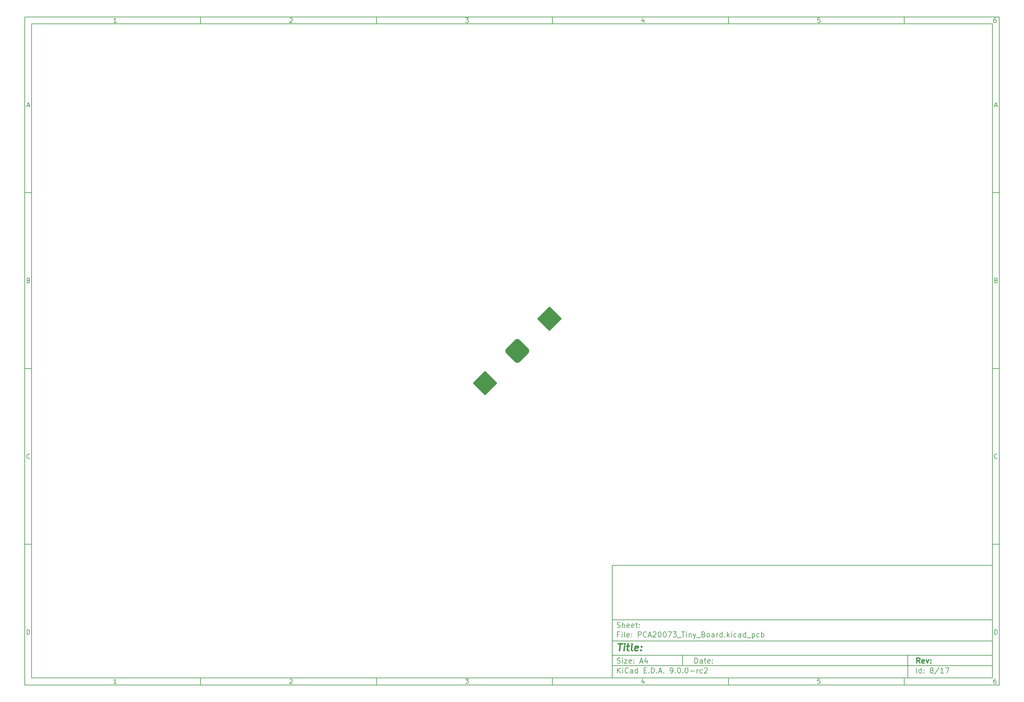
<source format=gbr>
G04 #@! TF.GenerationSoftware,KiCad,Pcbnew,9.0.0-rc2-3baa6cd791~182~ubuntu24.04.1*
G04 #@! TF.CreationDate,2025-02-06T23:09:26-05:00*
G04 #@! TF.ProjectId,PCA20073_Tiny_Board,50434132-3030-4373-935f-54696e795f42,rev?*
G04 #@! TF.SameCoordinates,PX82a22f1PY713a4f2*
G04 #@! TF.FileFunction,Paste,Bot*
G04 #@! TF.FilePolarity,Positive*
%FSLAX46Y46*%
G04 Gerber Fmt 4.6, Leading zero omitted, Abs format (unit mm)*
G04 Created by KiCad (PCBNEW 9.0.0-rc2-3baa6cd791~182~ubuntu24.04.1) date 2025-02-06 23:09:26*
%MOMM*%
%LPD*%
G01*
G04 APERTURE LIST*
%ADD10C,0.100000*%
%ADD11C,0.150000*%
%ADD12C,0.300000*%
%ADD13C,0.400000*%
%ADD14C,0.000000*%
G04 APERTURE END LIST*
D10*
D11*
X40023015Y-47279278D02*
X148023015Y-47279278D01*
X148023015Y-79279278D01*
X40023015Y-79279278D01*
X40023015Y-47279278D01*
D10*
D11*
X-126979185Y108727922D02*
X150023015Y108727922D01*
X150023015Y-81279278D01*
X-126979185Y-81279278D01*
X-126979185Y108727922D01*
D10*
D11*
X-124979185Y106727922D02*
X148023015Y106727922D01*
X148023015Y-79279278D01*
X-124979185Y-79279278D01*
X-124979185Y106727922D01*
D10*
D11*
X-76979185Y106727922D02*
X-76979185Y108727922D01*
D10*
D11*
X-26979185Y106727922D02*
X-26979185Y108727922D01*
D10*
D11*
X23020815Y106727922D02*
X23020815Y108727922D01*
D10*
D11*
X73020815Y106727922D02*
X73020815Y108727922D01*
D10*
D11*
X123020815Y106727922D02*
X123020815Y108727922D01*
D10*
D11*
X-100890025Y107134318D02*
X-101632882Y107134318D01*
X-101261454Y107134318D02*
X-101261454Y108434318D01*
X-101261454Y108434318D02*
X-101385263Y108248603D01*
X-101385263Y108248603D02*
X-101509073Y108124794D01*
X-101509073Y108124794D02*
X-101632882Y108062889D01*
D10*
D11*
X-51632882Y108310508D02*
X-51570978Y108372413D01*
X-51570978Y108372413D02*
X-51447168Y108434318D01*
X-51447168Y108434318D02*
X-51137644Y108434318D01*
X-51137644Y108434318D02*
X-51013835Y108372413D01*
X-51013835Y108372413D02*
X-50951930Y108310508D01*
X-50951930Y108310508D02*
X-50890025Y108186699D01*
X-50890025Y108186699D02*
X-50890025Y108062889D01*
X-50890025Y108062889D02*
X-50951930Y107877175D01*
X-50951930Y107877175D02*
X-51694787Y107134318D01*
X-51694787Y107134318D02*
X-50890025Y107134318D01*
D10*
D11*
X-1694787Y108434318D02*
X-890025Y108434318D01*
X-890025Y108434318D02*
X-1323359Y107939080D01*
X-1323359Y107939080D02*
X-1137644Y107939080D01*
X-1137644Y107939080D02*
X-1013835Y107877175D01*
X-1013835Y107877175D02*
X-951930Y107815270D01*
X-951930Y107815270D02*
X-890025Y107691461D01*
X-890025Y107691461D02*
X-890025Y107381937D01*
X-890025Y107381937D02*
X-951930Y107258127D01*
X-951930Y107258127D02*
X-1013835Y107196222D01*
X-1013835Y107196222D02*
X-1137644Y107134318D01*
X-1137644Y107134318D02*
X-1509073Y107134318D01*
X-1509073Y107134318D02*
X-1632882Y107196222D01*
X-1632882Y107196222D02*
X-1694787Y107258127D01*
D10*
D11*
X48986165Y108000984D02*
X48986165Y107134318D01*
X48676641Y108496222D02*
X48367118Y107567651D01*
X48367118Y107567651D02*
X49171879Y107567651D01*
D10*
D11*
X99048070Y108434318D02*
X98429022Y108434318D01*
X98429022Y108434318D02*
X98367118Y107815270D01*
X98367118Y107815270D02*
X98429022Y107877175D01*
X98429022Y107877175D02*
X98552832Y107939080D01*
X98552832Y107939080D02*
X98862356Y107939080D01*
X98862356Y107939080D02*
X98986165Y107877175D01*
X98986165Y107877175D02*
X99048070Y107815270D01*
X99048070Y107815270D02*
X99109975Y107691461D01*
X99109975Y107691461D02*
X99109975Y107381937D01*
X99109975Y107381937D02*
X99048070Y107258127D01*
X99048070Y107258127D02*
X98986165Y107196222D01*
X98986165Y107196222D02*
X98862356Y107134318D01*
X98862356Y107134318D02*
X98552832Y107134318D01*
X98552832Y107134318D02*
X98429022Y107196222D01*
X98429022Y107196222D02*
X98367118Y107258127D01*
D10*
D11*
X148986165Y108434318D02*
X148738546Y108434318D01*
X148738546Y108434318D02*
X148614737Y108372413D01*
X148614737Y108372413D02*
X148552832Y108310508D01*
X148552832Y108310508D02*
X148429022Y108124794D01*
X148429022Y108124794D02*
X148367118Y107877175D01*
X148367118Y107877175D02*
X148367118Y107381937D01*
X148367118Y107381937D02*
X148429022Y107258127D01*
X148429022Y107258127D02*
X148490927Y107196222D01*
X148490927Y107196222D02*
X148614737Y107134318D01*
X148614737Y107134318D02*
X148862356Y107134318D01*
X148862356Y107134318D02*
X148986165Y107196222D01*
X148986165Y107196222D02*
X149048070Y107258127D01*
X149048070Y107258127D02*
X149109975Y107381937D01*
X149109975Y107381937D02*
X149109975Y107691461D01*
X149109975Y107691461D02*
X149048070Y107815270D01*
X149048070Y107815270D02*
X148986165Y107877175D01*
X148986165Y107877175D02*
X148862356Y107939080D01*
X148862356Y107939080D02*
X148614737Y107939080D01*
X148614737Y107939080D02*
X148490927Y107877175D01*
X148490927Y107877175D02*
X148429022Y107815270D01*
X148429022Y107815270D02*
X148367118Y107691461D01*
D10*
D11*
X-76979185Y-79279278D02*
X-76979185Y-81279278D01*
D10*
D11*
X-26979185Y-79279278D02*
X-26979185Y-81279278D01*
D10*
D11*
X23020815Y-79279278D02*
X23020815Y-81279278D01*
D10*
D11*
X73020815Y-79279278D02*
X73020815Y-81279278D01*
D10*
D11*
X123020815Y-79279278D02*
X123020815Y-81279278D01*
D10*
D11*
X-100890025Y-80872882D02*
X-101632882Y-80872882D01*
X-101261454Y-80872882D02*
X-101261454Y-79572882D01*
X-101261454Y-79572882D02*
X-101385263Y-79758597D01*
X-101385263Y-79758597D02*
X-101509073Y-79882406D01*
X-101509073Y-79882406D02*
X-101632882Y-79944311D01*
D10*
D11*
X-51632882Y-79696692D02*
X-51570978Y-79634787D01*
X-51570978Y-79634787D02*
X-51447168Y-79572882D01*
X-51447168Y-79572882D02*
X-51137644Y-79572882D01*
X-51137644Y-79572882D02*
X-51013835Y-79634787D01*
X-51013835Y-79634787D02*
X-50951930Y-79696692D01*
X-50951930Y-79696692D02*
X-50890025Y-79820501D01*
X-50890025Y-79820501D02*
X-50890025Y-79944311D01*
X-50890025Y-79944311D02*
X-50951930Y-80130025D01*
X-50951930Y-80130025D02*
X-51694787Y-80872882D01*
X-51694787Y-80872882D02*
X-50890025Y-80872882D01*
D10*
D11*
X-1694787Y-79572882D02*
X-890025Y-79572882D01*
X-890025Y-79572882D02*
X-1323359Y-80068120D01*
X-1323359Y-80068120D02*
X-1137644Y-80068120D01*
X-1137644Y-80068120D02*
X-1013835Y-80130025D01*
X-1013835Y-80130025D02*
X-951930Y-80191930D01*
X-951930Y-80191930D02*
X-890025Y-80315739D01*
X-890025Y-80315739D02*
X-890025Y-80625263D01*
X-890025Y-80625263D02*
X-951930Y-80749073D01*
X-951930Y-80749073D02*
X-1013835Y-80810978D01*
X-1013835Y-80810978D02*
X-1137644Y-80872882D01*
X-1137644Y-80872882D02*
X-1509073Y-80872882D01*
X-1509073Y-80872882D02*
X-1632882Y-80810978D01*
X-1632882Y-80810978D02*
X-1694787Y-80749073D01*
D10*
D11*
X48986165Y-80006216D02*
X48986165Y-80872882D01*
X48676641Y-79510978D02*
X48367118Y-80439549D01*
X48367118Y-80439549D02*
X49171879Y-80439549D01*
D10*
D11*
X99048070Y-79572882D02*
X98429022Y-79572882D01*
X98429022Y-79572882D02*
X98367118Y-80191930D01*
X98367118Y-80191930D02*
X98429022Y-80130025D01*
X98429022Y-80130025D02*
X98552832Y-80068120D01*
X98552832Y-80068120D02*
X98862356Y-80068120D01*
X98862356Y-80068120D02*
X98986165Y-80130025D01*
X98986165Y-80130025D02*
X99048070Y-80191930D01*
X99048070Y-80191930D02*
X99109975Y-80315739D01*
X99109975Y-80315739D02*
X99109975Y-80625263D01*
X99109975Y-80625263D02*
X99048070Y-80749073D01*
X99048070Y-80749073D02*
X98986165Y-80810978D01*
X98986165Y-80810978D02*
X98862356Y-80872882D01*
X98862356Y-80872882D02*
X98552832Y-80872882D01*
X98552832Y-80872882D02*
X98429022Y-80810978D01*
X98429022Y-80810978D02*
X98367118Y-80749073D01*
D10*
D11*
X148986165Y-79572882D02*
X148738546Y-79572882D01*
X148738546Y-79572882D02*
X148614737Y-79634787D01*
X148614737Y-79634787D02*
X148552832Y-79696692D01*
X148552832Y-79696692D02*
X148429022Y-79882406D01*
X148429022Y-79882406D02*
X148367118Y-80130025D01*
X148367118Y-80130025D02*
X148367118Y-80625263D01*
X148367118Y-80625263D02*
X148429022Y-80749073D01*
X148429022Y-80749073D02*
X148490927Y-80810978D01*
X148490927Y-80810978D02*
X148614737Y-80872882D01*
X148614737Y-80872882D02*
X148862356Y-80872882D01*
X148862356Y-80872882D02*
X148986165Y-80810978D01*
X148986165Y-80810978D02*
X149048070Y-80749073D01*
X149048070Y-80749073D02*
X149109975Y-80625263D01*
X149109975Y-80625263D02*
X149109975Y-80315739D01*
X149109975Y-80315739D02*
X149048070Y-80191930D01*
X149048070Y-80191930D02*
X148986165Y-80130025D01*
X148986165Y-80130025D02*
X148862356Y-80068120D01*
X148862356Y-80068120D02*
X148614737Y-80068120D01*
X148614737Y-80068120D02*
X148490927Y-80130025D01*
X148490927Y-80130025D02*
X148429022Y-80191930D01*
X148429022Y-80191930D02*
X148367118Y-80315739D01*
D10*
D11*
X-126979185Y58727922D02*
X-124979185Y58727922D01*
D10*
D11*
X-126979185Y8727922D02*
X-124979185Y8727922D01*
D10*
D11*
X-126979185Y-41272078D02*
X-124979185Y-41272078D01*
D10*
D11*
X-126288709Y83505746D02*
X-125669662Y83505746D01*
X-126412519Y83134318D02*
X-125979186Y84434318D01*
X-125979186Y84434318D02*
X-125545852Y83134318D01*
D10*
D11*
X-125886328Y33815270D02*
X-125700614Y33753365D01*
X-125700614Y33753365D02*
X-125638709Y33691461D01*
X-125638709Y33691461D02*
X-125576805Y33567651D01*
X-125576805Y33567651D02*
X-125576805Y33381937D01*
X-125576805Y33381937D02*
X-125638709Y33258127D01*
X-125638709Y33258127D02*
X-125700614Y33196222D01*
X-125700614Y33196222D02*
X-125824424Y33134318D01*
X-125824424Y33134318D02*
X-126319662Y33134318D01*
X-126319662Y33134318D02*
X-126319662Y34434318D01*
X-126319662Y34434318D02*
X-125886328Y34434318D01*
X-125886328Y34434318D02*
X-125762519Y34372413D01*
X-125762519Y34372413D02*
X-125700614Y34310508D01*
X-125700614Y34310508D02*
X-125638709Y34186699D01*
X-125638709Y34186699D02*
X-125638709Y34062889D01*
X-125638709Y34062889D02*
X-125700614Y33939080D01*
X-125700614Y33939080D02*
X-125762519Y33877175D01*
X-125762519Y33877175D02*
X-125886328Y33815270D01*
X-125886328Y33815270D02*
X-126319662Y33815270D01*
D10*
D11*
X-125576805Y-16741873D02*
X-125638709Y-16803778D01*
X-125638709Y-16803778D02*
X-125824424Y-16865682D01*
X-125824424Y-16865682D02*
X-125948233Y-16865682D01*
X-125948233Y-16865682D02*
X-126133947Y-16803778D01*
X-126133947Y-16803778D02*
X-126257757Y-16679968D01*
X-126257757Y-16679968D02*
X-126319662Y-16556158D01*
X-126319662Y-16556158D02*
X-126381566Y-16308539D01*
X-126381566Y-16308539D02*
X-126381566Y-16122825D01*
X-126381566Y-16122825D02*
X-126319662Y-15875206D01*
X-126319662Y-15875206D02*
X-126257757Y-15751397D01*
X-126257757Y-15751397D02*
X-126133947Y-15627587D01*
X-126133947Y-15627587D02*
X-125948233Y-15565682D01*
X-125948233Y-15565682D02*
X-125824424Y-15565682D01*
X-125824424Y-15565682D02*
X-125638709Y-15627587D01*
X-125638709Y-15627587D02*
X-125576805Y-15689492D01*
D10*
D11*
X-126319662Y-66865682D02*
X-126319662Y-65565682D01*
X-126319662Y-65565682D02*
X-126010138Y-65565682D01*
X-126010138Y-65565682D02*
X-125824424Y-65627587D01*
X-125824424Y-65627587D02*
X-125700614Y-65751397D01*
X-125700614Y-65751397D02*
X-125638709Y-65875206D01*
X-125638709Y-65875206D02*
X-125576805Y-66122825D01*
X-125576805Y-66122825D02*
X-125576805Y-66308539D01*
X-125576805Y-66308539D02*
X-125638709Y-66556158D01*
X-125638709Y-66556158D02*
X-125700614Y-66679968D01*
X-125700614Y-66679968D02*
X-125824424Y-66803778D01*
X-125824424Y-66803778D02*
X-126010138Y-66865682D01*
X-126010138Y-66865682D02*
X-126319662Y-66865682D01*
D10*
D11*
X150023015Y58727922D02*
X148023015Y58727922D01*
D10*
D11*
X150023015Y8727922D02*
X148023015Y8727922D01*
D10*
D11*
X150023015Y-41272078D02*
X148023015Y-41272078D01*
D10*
D11*
X148713491Y83505746D02*
X149332538Y83505746D01*
X148589681Y83134318D02*
X149023014Y84434318D01*
X149023014Y84434318D02*
X149456348Y83134318D01*
D10*
D11*
X149115872Y33815270D02*
X149301586Y33753365D01*
X149301586Y33753365D02*
X149363491Y33691461D01*
X149363491Y33691461D02*
X149425395Y33567651D01*
X149425395Y33567651D02*
X149425395Y33381937D01*
X149425395Y33381937D02*
X149363491Y33258127D01*
X149363491Y33258127D02*
X149301586Y33196222D01*
X149301586Y33196222D02*
X149177776Y33134318D01*
X149177776Y33134318D02*
X148682538Y33134318D01*
X148682538Y33134318D02*
X148682538Y34434318D01*
X148682538Y34434318D02*
X149115872Y34434318D01*
X149115872Y34434318D02*
X149239681Y34372413D01*
X149239681Y34372413D02*
X149301586Y34310508D01*
X149301586Y34310508D02*
X149363491Y34186699D01*
X149363491Y34186699D02*
X149363491Y34062889D01*
X149363491Y34062889D02*
X149301586Y33939080D01*
X149301586Y33939080D02*
X149239681Y33877175D01*
X149239681Y33877175D02*
X149115872Y33815270D01*
X149115872Y33815270D02*
X148682538Y33815270D01*
D10*
D11*
X149425395Y-16741873D02*
X149363491Y-16803778D01*
X149363491Y-16803778D02*
X149177776Y-16865682D01*
X149177776Y-16865682D02*
X149053967Y-16865682D01*
X149053967Y-16865682D02*
X148868253Y-16803778D01*
X148868253Y-16803778D02*
X148744443Y-16679968D01*
X148744443Y-16679968D02*
X148682538Y-16556158D01*
X148682538Y-16556158D02*
X148620634Y-16308539D01*
X148620634Y-16308539D02*
X148620634Y-16122825D01*
X148620634Y-16122825D02*
X148682538Y-15875206D01*
X148682538Y-15875206D02*
X148744443Y-15751397D01*
X148744443Y-15751397D02*
X148868253Y-15627587D01*
X148868253Y-15627587D02*
X149053967Y-15565682D01*
X149053967Y-15565682D02*
X149177776Y-15565682D01*
X149177776Y-15565682D02*
X149363491Y-15627587D01*
X149363491Y-15627587D02*
X149425395Y-15689492D01*
D10*
D11*
X148682538Y-66865682D02*
X148682538Y-65565682D01*
X148682538Y-65565682D02*
X148992062Y-65565682D01*
X148992062Y-65565682D02*
X149177776Y-65627587D01*
X149177776Y-65627587D02*
X149301586Y-65751397D01*
X149301586Y-65751397D02*
X149363491Y-65875206D01*
X149363491Y-65875206D02*
X149425395Y-66122825D01*
X149425395Y-66122825D02*
X149425395Y-66308539D01*
X149425395Y-66308539D02*
X149363491Y-66556158D01*
X149363491Y-66556158D02*
X149301586Y-66679968D01*
X149301586Y-66679968D02*
X149177776Y-66803778D01*
X149177776Y-66803778D02*
X148992062Y-66865682D01*
X148992062Y-66865682D02*
X148682538Y-66865682D01*
D10*
D11*
X63478841Y-75065406D02*
X63478841Y-73565406D01*
X63478841Y-73565406D02*
X63835984Y-73565406D01*
X63835984Y-73565406D02*
X64050270Y-73636835D01*
X64050270Y-73636835D02*
X64193127Y-73779692D01*
X64193127Y-73779692D02*
X64264556Y-73922549D01*
X64264556Y-73922549D02*
X64335984Y-74208263D01*
X64335984Y-74208263D02*
X64335984Y-74422549D01*
X64335984Y-74422549D02*
X64264556Y-74708263D01*
X64264556Y-74708263D02*
X64193127Y-74851120D01*
X64193127Y-74851120D02*
X64050270Y-74993978D01*
X64050270Y-74993978D02*
X63835984Y-75065406D01*
X63835984Y-75065406D02*
X63478841Y-75065406D01*
X65621699Y-75065406D02*
X65621699Y-74279692D01*
X65621699Y-74279692D02*
X65550270Y-74136835D01*
X65550270Y-74136835D02*
X65407413Y-74065406D01*
X65407413Y-74065406D02*
X65121699Y-74065406D01*
X65121699Y-74065406D02*
X64978841Y-74136835D01*
X65621699Y-74993978D02*
X65478841Y-75065406D01*
X65478841Y-75065406D02*
X65121699Y-75065406D01*
X65121699Y-75065406D02*
X64978841Y-74993978D01*
X64978841Y-74993978D02*
X64907413Y-74851120D01*
X64907413Y-74851120D02*
X64907413Y-74708263D01*
X64907413Y-74708263D02*
X64978841Y-74565406D01*
X64978841Y-74565406D02*
X65121699Y-74493978D01*
X65121699Y-74493978D02*
X65478841Y-74493978D01*
X65478841Y-74493978D02*
X65621699Y-74422549D01*
X66121699Y-74065406D02*
X66693127Y-74065406D01*
X66335984Y-73565406D02*
X66335984Y-74851120D01*
X66335984Y-74851120D02*
X66407413Y-74993978D01*
X66407413Y-74993978D02*
X66550270Y-75065406D01*
X66550270Y-75065406D02*
X66693127Y-75065406D01*
X67764556Y-74993978D02*
X67621699Y-75065406D01*
X67621699Y-75065406D02*
X67335985Y-75065406D01*
X67335985Y-75065406D02*
X67193127Y-74993978D01*
X67193127Y-74993978D02*
X67121699Y-74851120D01*
X67121699Y-74851120D02*
X67121699Y-74279692D01*
X67121699Y-74279692D02*
X67193127Y-74136835D01*
X67193127Y-74136835D02*
X67335985Y-74065406D01*
X67335985Y-74065406D02*
X67621699Y-74065406D01*
X67621699Y-74065406D02*
X67764556Y-74136835D01*
X67764556Y-74136835D02*
X67835985Y-74279692D01*
X67835985Y-74279692D02*
X67835985Y-74422549D01*
X67835985Y-74422549D02*
X67121699Y-74565406D01*
X68478841Y-74922549D02*
X68550270Y-74993978D01*
X68550270Y-74993978D02*
X68478841Y-75065406D01*
X68478841Y-75065406D02*
X68407413Y-74993978D01*
X68407413Y-74993978D02*
X68478841Y-74922549D01*
X68478841Y-74922549D02*
X68478841Y-75065406D01*
X68478841Y-74136835D02*
X68550270Y-74208263D01*
X68550270Y-74208263D02*
X68478841Y-74279692D01*
X68478841Y-74279692D02*
X68407413Y-74208263D01*
X68407413Y-74208263D02*
X68478841Y-74136835D01*
X68478841Y-74136835D02*
X68478841Y-74279692D01*
D10*
D11*
X40023015Y-75779278D02*
X148023015Y-75779278D01*
D10*
D11*
X41478841Y-77865406D02*
X41478841Y-76365406D01*
X42335984Y-77865406D02*
X41693127Y-77008263D01*
X42335984Y-76365406D02*
X41478841Y-77222549D01*
X42978841Y-77865406D02*
X42978841Y-76865406D01*
X42978841Y-76365406D02*
X42907413Y-76436835D01*
X42907413Y-76436835D02*
X42978841Y-76508263D01*
X42978841Y-76508263D02*
X43050270Y-76436835D01*
X43050270Y-76436835D02*
X42978841Y-76365406D01*
X42978841Y-76365406D02*
X42978841Y-76508263D01*
X44550270Y-77722549D02*
X44478842Y-77793978D01*
X44478842Y-77793978D02*
X44264556Y-77865406D01*
X44264556Y-77865406D02*
X44121699Y-77865406D01*
X44121699Y-77865406D02*
X43907413Y-77793978D01*
X43907413Y-77793978D02*
X43764556Y-77651120D01*
X43764556Y-77651120D02*
X43693127Y-77508263D01*
X43693127Y-77508263D02*
X43621699Y-77222549D01*
X43621699Y-77222549D02*
X43621699Y-77008263D01*
X43621699Y-77008263D02*
X43693127Y-76722549D01*
X43693127Y-76722549D02*
X43764556Y-76579692D01*
X43764556Y-76579692D02*
X43907413Y-76436835D01*
X43907413Y-76436835D02*
X44121699Y-76365406D01*
X44121699Y-76365406D02*
X44264556Y-76365406D01*
X44264556Y-76365406D02*
X44478842Y-76436835D01*
X44478842Y-76436835D02*
X44550270Y-76508263D01*
X45835985Y-77865406D02*
X45835985Y-77079692D01*
X45835985Y-77079692D02*
X45764556Y-76936835D01*
X45764556Y-76936835D02*
X45621699Y-76865406D01*
X45621699Y-76865406D02*
X45335985Y-76865406D01*
X45335985Y-76865406D02*
X45193127Y-76936835D01*
X45835985Y-77793978D02*
X45693127Y-77865406D01*
X45693127Y-77865406D02*
X45335985Y-77865406D01*
X45335985Y-77865406D02*
X45193127Y-77793978D01*
X45193127Y-77793978D02*
X45121699Y-77651120D01*
X45121699Y-77651120D02*
X45121699Y-77508263D01*
X45121699Y-77508263D02*
X45193127Y-77365406D01*
X45193127Y-77365406D02*
X45335985Y-77293978D01*
X45335985Y-77293978D02*
X45693127Y-77293978D01*
X45693127Y-77293978D02*
X45835985Y-77222549D01*
X47193128Y-77865406D02*
X47193128Y-76365406D01*
X47193128Y-77793978D02*
X47050270Y-77865406D01*
X47050270Y-77865406D02*
X46764556Y-77865406D01*
X46764556Y-77865406D02*
X46621699Y-77793978D01*
X46621699Y-77793978D02*
X46550270Y-77722549D01*
X46550270Y-77722549D02*
X46478842Y-77579692D01*
X46478842Y-77579692D02*
X46478842Y-77151120D01*
X46478842Y-77151120D02*
X46550270Y-77008263D01*
X46550270Y-77008263D02*
X46621699Y-76936835D01*
X46621699Y-76936835D02*
X46764556Y-76865406D01*
X46764556Y-76865406D02*
X47050270Y-76865406D01*
X47050270Y-76865406D02*
X47193128Y-76936835D01*
X49050270Y-77079692D02*
X49550270Y-77079692D01*
X49764556Y-77865406D02*
X49050270Y-77865406D01*
X49050270Y-77865406D02*
X49050270Y-76365406D01*
X49050270Y-76365406D02*
X49764556Y-76365406D01*
X50407413Y-77722549D02*
X50478842Y-77793978D01*
X50478842Y-77793978D02*
X50407413Y-77865406D01*
X50407413Y-77865406D02*
X50335985Y-77793978D01*
X50335985Y-77793978D02*
X50407413Y-77722549D01*
X50407413Y-77722549D02*
X50407413Y-77865406D01*
X51121699Y-77865406D02*
X51121699Y-76365406D01*
X51121699Y-76365406D02*
X51478842Y-76365406D01*
X51478842Y-76365406D02*
X51693128Y-76436835D01*
X51693128Y-76436835D02*
X51835985Y-76579692D01*
X51835985Y-76579692D02*
X51907414Y-76722549D01*
X51907414Y-76722549D02*
X51978842Y-77008263D01*
X51978842Y-77008263D02*
X51978842Y-77222549D01*
X51978842Y-77222549D02*
X51907414Y-77508263D01*
X51907414Y-77508263D02*
X51835985Y-77651120D01*
X51835985Y-77651120D02*
X51693128Y-77793978D01*
X51693128Y-77793978D02*
X51478842Y-77865406D01*
X51478842Y-77865406D02*
X51121699Y-77865406D01*
X52621699Y-77722549D02*
X52693128Y-77793978D01*
X52693128Y-77793978D02*
X52621699Y-77865406D01*
X52621699Y-77865406D02*
X52550271Y-77793978D01*
X52550271Y-77793978D02*
X52621699Y-77722549D01*
X52621699Y-77722549D02*
X52621699Y-77865406D01*
X53264557Y-77436835D02*
X53978843Y-77436835D01*
X53121700Y-77865406D02*
X53621700Y-76365406D01*
X53621700Y-76365406D02*
X54121700Y-77865406D01*
X54621699Y-77722549D02*
X54693128Y-77793978D01*
X54693128Y-77793978D02*
X54621699Y-77865406D01*
X54621699Y-77865406D02*
X54550271Y-77793978D01*
X54550271Y-77793978D02*
X54621699Y-77722549D01*
X54621699Y-77722549D02*
X54621699Y-77865406D01*
X56550271Y-77865406D02*
X56835985Y-77865406D01*
X56835985Y-77865406D02*
X56978842Y-77793978D01*
X56978842Y-77793978D02*
X57050271Y-77722549D01*
X57050271Y-77722549D02*
X57193128Y-77508263D01*
X57193128Y-77508263D02*
X57264557Y-77222549D01*
X57264557Y-77222549D02*
X57264557Y-76651120D01*
X57264557Y-76651120D02*
X57193128Y-76508263D01*
X57193128Y-76508263D02*
X57121700Y-76436835D01*
X57121700Y-76436835D02*
X56978842Y-76365406D01*
X56978842Y-76365406D02*
X56693128Y-76365406D01*
X56693128Y-76365406D02*
X56550271Y-76436835D01*
X56550271Y-76436835D02*
X56478842Y-76508263D01*
X56478842Y-76508263D02*
X56407414Y-76651120D01*
X56407414Y-76651120D02*
X56407414Y-77008263D01*
X56407414Y-77008263D02*
X56478842Y-77151120D01*
X56478842Y-77151120D02*
X56550271Y-77222549D01*
X56550271Y-77222549D02*
X56693128Y-77293978D01*
X56693128Y-77293978D02*
X56978842Y-77293978D01*
X56978842Y-77293978D02*
X57121700Y-77222549D01*
X57121700Y-77222549D02*
X57193128Y-77151120D01*
X57193128Y-77151120D02*
X57264557Y-77008263D01*
X57907413Y-77722549D02*
X57978842Y-77793978D01*
X57978842Y-77793978D02*
X57907413Y-77865406D01*
X57907413Y-77865406D02*
X57835985Y-77793978D01*
X57835985Y-77793978D02*
X57907413Y-77722549D01*
X57907413Y-77722549D02*
X57907413Y-77865406D01*
X58907414Y-76365406D02*
X59050271Y-76365406D01*
X59050271Y-76365406D02*
X59193128Y-76436835D01*
X59193128Y-76436835D02*
X59264557Y-76508263D01*
X59264557Y-76508263D02*
X59335985Y-76651120D01*
X59335985Y-76651120D02*
X59407414Y-76936835D01*
X59407414Y-76936835D02*
X59407414Y-77293978D01*
X59407414Y-77293978D02*
X59335985Y-77579692D01*
X59335985Y-77579692D02*
X59264557Y-77722549D01*
X59264557Y-77722549D02*
X59193128Y-77793978D01*
X59193128Y-77793978D02*
X59050271Y-77865406D01*
X59050271Y-77865406D02*
X58907414Y-77865406D01*
X58907414Y-77865406D02*
X58764557Y-77793978D01*
X58764557Y-77793978D02*
X58693128Y-77722549D01*
X58693128Y-77722549D02*
X58621699Y-77579692D01*
X58621699Y-77579692D02*
X58550271Y-77293978D01*
X58550271Y-77293978D02*
X58550271Y-76936835D01*
X58550271Y-76936835D02*
X58621699Y-76651120D01*
X58621699Y-76651120D02*
X58693128Y-76508263D01*
X58693128Y-76508263D02*
X58764557Y-76436835D01*
X58764557Y-76436835D02*
X58907414Y-76365406D01*
X60050270Y-77722549D02*
X60121699Y-77793978D01*
X60121699Y-77793978D02*
X60050270Y-77865406D01*
X60050270Y-77865406D02*
X59978842Y-77793978D01*
X59978842Y-77793978D02*
X60050270Y-77722549D01*
X60050270Y-77722549D02*
X60050270Y-77865406D01*
X61050271Y-76365406D02*
X61193128Y-76365406D01*
X61193128Y-76365406D02*
X61335985Y-76436835D01*
X61335985Y-76436835D02*
X61407414Y-76508263D01*
X61407414Y-76508263D02*
X61478842Y-76651120D01*
X61478842Y-76651120D02*
X61550271Y-76936835D01*
X61550271Y-76936835D02*
X61550271Y-77293978D01*
X61550271Y-77293978D02*
X61478842Y-77579692D01*
X61478842Y-77579692D02*
X61407414Y-77722549D01*
X61407414Y-77722549D02*
X61335985Y-77793978D01*
X61335985Y-77793978D02*
X61193128Y-77865406D01*
X61193128Y-77865406D02*
X61050271Y-77865406D01*
X61050271Y-77865406D02*
X60907414Y-77793978D01*
X60907414Y-77793978D02*
X60835985Y-77722549D01*
X60835985Y-77722549D02*
X60764556Y-77579692D01*
X60764556Y-77579692D02*
X60693128Y-77293978D01*
X60693128Y-77293978D02*
X60693128Y-76936835D01*
X60693128Y-76936835D02*
X60764556Y-76651120D01*
X60764556Y-76651120D02*
X60835985Y-76508263D01*
X60835985Y-76508263D02*
X60907414Y-76436835D01*
X60907414Y-76436835D02*
X61050271Y-76365406D01*
X62193127Y-77293978D02*
X63335985Y-77293978D01*
X64050270Y-77865406D02*
X64050270Y-76865406D01*
X64050270Y-77151120D02*
X64121699Y-77008263D01*
X64121699Y-77008263D02*
X64193128Y-76936835D01*
X64193128Y-76936835D02*
X64335985Y-76865406D01*
X64335985Y-76865406D02*
X64478842Y-76865406D01*
X65621699Y-77793978D02*
X65478841Y-77865406D01*
X65478841Y-77865406D02*
X65193127Y-77865406D01*
X65193127Y-77865406D02*
X65050270Y-77793978D01*
X65050270Y-77793978D02*
X64978841Y-77722549D01*
X64978841Y-77722549D02*
X64907413Y-77579692D01*
X64907413Y-77579692D02*
X64907413Y-77151120D01*
X64907413Y-77151120D02*
X64978841Y-77008263D01*
X64978841Y-77008263D02*
X65050270Y-76936835D01*
X65050270Y-76936835D02*
X65193127Y-76865406D01*
X65193127Y-76865406D02*
X65478841Y-76865406D01*
X65478841Y-76865406D02*
X65621699Y-76936835D01*
X66193127Y-76508263D02*
X66264555Y-76436835D01*
X66264555Y-76436835D02*
X66407413Y-76365406D01*
X66407413Y-76365406D02*
X66764555Y-76365406D01*
X66764555Y-76365406D02*
X66907413Y-76436835D01*
X66907413Y-76436835D02*
X66978841Y-76508263D01*
X66978841Y-76508263D02*
X67050270Y-76651120D01*
X67050270Y-76651120D02*
X67050270Y-76793978D01*
X67050270Y-76793978D02*
X66978841Y-77008263D01*
X66978841Y-77008263D02*
X66121698Y-77865406D01*
X66121698Y-77865406D02*
X67050270Y-77865406D01*
D10*
D11*
X40023015Y-72779278D02*
X148023015Y-72779278D01*
D10*
D12*
X127434668Y-75057606D02*
X126934668Y-74343320D01*
X126577525Y-75057606D02*
X126577525Y-73557606D01*
X126577525Y-73557606D02*
X127148954Y-73557606D01*
X127148954Y-73557606D02*
X127291811Y-73629035D01*
X127291811Y-73629035D02*
X127363240Y-73700463D01*
X127363240Y-73700463D02*
X127434668Y-73843320D01*
X127434668Y-73843320D02*
X127434668Y-74057606D01*
X127434668Y-74057606D02*
X127363240Y-74200463D01*
X127363240Y-74200463D02*
X127291811Y-74271892D01*
X127291811Y-74271892D02*
X127148954Y-74343320D01*
X127148954Y-74343320D02*
X126577525Y-74343320D01*
X128648954Y-74986178D02*
X128506097Y-75057606D01*
X128506097Y-75057606D02*
X128220383Y-75057606D01*
X128220383Y-75057606D02*
X128077525Y-74986178D01*
X128077525Y-74986178D02*
X128006097Y-74843320D01*
X128006097Y-74843320D02*
X128006097Y-74271892D01*
X128006097Y-74271892D02*
X128077525Y-74129035D01*
X128077525Y-74129035D02*
X128220383Y-74057606D01*
X128220383Y-74057606D02*
X128506097Y-74057606D01*
X128506097Y-74057606D02*
X128648954Y-74129035D01*
X128648954Y-74129035D02*
X128720383Y-74271892D01*
X128720383Y-74271892D02*
X128720383Y-74414749D01*
X128720383Y-74414749D02*
X128006097Y-74557606D01*
X129220382Y-74057606D02*
X129577525Y-75057606D01*
X129577525Y-75057606D02*
X129934668Y-74057606D01*
X130506096Y-74914749D02*
X130577525Y-74986178D01*
X130577525Y-74986178D02*
X130506096Y-75057606D01*
X130506096Y-75057606D02*
X130434668Y-74986178D01*
X130434668Y-74986178D02*
X130506096Y-74914749D01*
X130506096Y-74914749D02*
X130506096Y-75057606D01*
X130506096Y-74129035D02*
X130577525Y-74200463D01*
X130577525Y-74200463D02*
X130506096Y-74271892D01*
X130506096Y-74271892D02*
X130434668Y-74200463D01*
X130434668Y-74200463D02*
X130506096Y-74129035D01*
X130506096Y-74129035D02*
X130506096Y-74271892D01*
D10*
D11*
X41407413Y-74993978D02*
X41621699Y-75065406D01*
X41621699Y-75065406D02*
X41978841Y-75065406D01*
X41978841Y-75065406D02*
X42121699Y-74993978D01*
X42121699Y-74993978D02*
X42193127Y-74922549D01*
X42193127Y-74922549D02*
X42264556Y-74779692D01*
X42264556Y-74779692D02*
X42264556Y-74636835D01*
X42264556Y-74636835D02*
X42193127Y-74493978D01*
X42193127Y-74493978D02*
X42121699Y-74422549D01*
X42121699Y-74422549D02*
X41978841Y-74351120D01*
X41978841Y-74351120D02*
X41693127Y-74279692D01*
X41693127Y-74279692D02*
X41550270Y-74208263D01*
X41550270Y-74208263D02*
X41478841Y-74136835D01*
X41478841Y-74136835D02*
X41407413Y-73993978D01*
X41407413Y-73993978D02*
X41407413Y-73851120D01*
X41407413Y-73851120D02*
X41478841Y-73708263D01*
X41478841Y-73708263D02*
X41550270Y-73636835D01*
X41550270Y-73636835D02*
X41693127Y-73565406D01*
X41693127Y-73565406D02*
X42050270Y-73565406D01*
X42050270Y-73565406D02*
X42264556Y-73636835D01*
X42907412Y-75065406D02*
X42907412Y-74065406D01*
X42907412Y-73565406D02*
X42835984Y-73636835D01*
X42835984Y-73636835D02*
X42907412Y-73708263D01*
X42907412Y-73708263D02*
X42978841Y-73636835D01*
X42978841Y-73636835D02*
X42907412Y-73565406D01*
X42907412Y-73565406D02*
X42907412Y-73708263D01*
X43478841Y-74065406D02*
X44264556Y-74065406D01*
X44264556Y-74065406D02*
X43478841Y-75065406D01*
X43478841Y-75065406D02*
X44264556Y-75065406D01*
X45407413Y-74993978D02*
X45264556Y-75065406D01*
X45264556Y-75065406D02*
X44978842Y-75065406D01*
X44978842Y-75065406D02*
X44835984Y-74993978D01*
X44835984Y-74993978D02*
X44764556Y-74851120D01*
X44764556Y-74851120D02*
X44764556Y-74279692D01*
X44764556Y-74279692D02*
X44835984Y-74136835D01*
X44835984Y-74136835D02*
X44978842Y-74065406D01*
X44978842Y-74065406D02*
X45264556Y-74065406D01*
X45264556Y-74065406D02*
X45407413Y-74136835D01*
X45407413Y-74136835D02*
X45478842Y-74279692D01*
X45478842Y-74279692D02*
X45478842Y-74422549D01*
X45478842Y-74422549D02*
X44764556Y-74565406D01*
X46121698Y-74922549D02*
X46193127Y-74993978D01*
X46193127Y-74993978D02*
X46121698Y-75065406D01*
X46121698Y-75065406D02*
X46050270Y-74993978D01*
X46050270Y-74993978D02*
X46121698Y-74922549D01*
X46121698Y-74922549D02*
X46121698Y-75065406D01*
X46121698Y-74136835D02*
X46193127Y-74208263D01*
X46193127Y-74208263D02*
X46121698Y-74279692D01*
X46121698Y-74279692D02*
X46050270Y-74208263D01*
X46050270Y-74208263D02*
X46121698Y-74136835D01*
X46121698Y-74136835D02*
X46121698Y-74279692D01*
X47907413Y-74636835D02*
X48621699Y-74636835D01*
X47764556Y-75065406D02*
X48264556Y-73565406D01*
X48264556Y-73565406D02*
X48764556Y-75065406D01*
X49907413Y-74065406D02*
X49907413Y-75065406D01*
X49550270Y-73493978D02*
X49193127Y-74565406D01*
X49193127Y-74565406D02*
X50121698Y-74565406D01*
D10*
D11*
X126478841Y-77865406D02*
X126478841Y-76365406D01*
X127835985Y-77865406D02*
X127835985Y-76365406D01*
X127835985Y-77793978D02*
X127693127Y-77865406D01*
X127693127Y-77865406D02*
X127407413Y-77865406D01*
X127407413Y-77865406D02*
X127264556Y-77793978D01*
X127264556Y-77793978D02*
X127193127Y-77722549D01*
X127193127Y-77722549D02*
X127121699Y-77579692D01*
X127121699Y-77579692D02*
X127121699Y-77151120D01*
X127121699Y-77151120D02*
X127193127Y-77008263D01*
X127193127Y-77008263D02*
X127264556Y-76936835D01*
X127264556Y-76936835D02*
X127407413Y-76865406D01*
X127407413Y-76865406D02*
X127693127Y-76865406D01*
X127693127Y-76865406D02*
X127835985Y-76936835D01*
X128550270Y-77722549D02*
X128621699Y-77793978D01*
X128621699Y-77793978D02*
X128550270Y-77865406D01*
X128550270Y-77865406D02*
X128478842Y-77793978D01*
X128478842Y-77793978D02*
X128550270Y-77722549D01*
X128550270Y-77722549D02*
X128550270Y-77865406D01*
X128550270Y-76936835D02*
X128621699Y-77008263D01*
X128621699Y-77008263D02*
X128550270Y-77079692D01*
X128550270Y-77079692D02*
X128478842Y-77008263D01*
X128478842Y-77008263D02*
X128550270Y-76936835D01*
X128550270Y-76936835D02*
X128550270Y-77079692D01*
X130621699Y-77008263D02*
X130478842Y-76936835D01*
X130478842Y-76936835D02*
X130407413Y-76865406D01*
X130407413Y-76865406D02*
X130335985Y-76722549D01*
X130335985Y-76722549D02*
X130335985Y-76651120D01*
X130335985Y-76651120D02*
X130407413Y-76508263D01*
X130407413Y-76508263D02*
X130478842Y-76436835D01*
X130478842Y-76436835D02*
X130621699Y-76365406D01*
X130621699Y-76365406D02*
X130907413Y-76365406D01*
X130907413Y-76365406D02*
X131050271Y-76436835D01*
X131050271Y-76436835D02*
X131121699Y-76508263D01*
X131121699Y-76508263D02*
X131193128Y-76651120D01*
X131193128Y-76651120D02*
X131193128Y-76722549D01*
X131193128Y-76722549D02*
X131121699Y-76865406D01*
X131121699Y-76865406D02*
X131050271Y-76936835D01*
X131050271Y-76936835D02*
X130907413Y-77008263D01*
X130907413Y-77008263D02*
X130621699Y-77008263D01*
X130621699Y-77008263D02*
X130478842Y-77079692D01*
X130478842Y-77079692D02*
X130407413Y-77151120D01*
X130407413Y-77151120D02*
X130335985Y-77293978D01*
X130335985Y-77293978D02*
X130335985Y-77579692D01*
X130335985Y-77579692D02*
X130407413Y-77722549D01*
X130407413Y-77722549D02*
X130478842Y-77793978D01*
X130478842Y-77793978D02*
X130621699Y-77865406D01*
X130621699Y-77865406D02*
X130907413Y-77865406D01*
X130907413Y-77865406D02*
X131050271Y-77793978D01*
X131050271Y-77793978D02*
X131121699Y-77722549D01*
X131121699Y-77722549D02*
X131193128Y-77579692D01*
X131193128Y-77579692D02*
X131193128Y-77293978D01*
X131193128Y-77293978D02*
X131121699Y-77151120D01*
X131121699Y-77151120D02*
X131050271Y-77079692D01*
X131050271Y-77079692D02*
X130907413Y-77008263D01*
X132907413Y-76293978D02*
X131621699Y-78222549D01*
X134193128Y-77865406D02*
X133335985Y-77865406D01*
X133764556Y-77865406D02*
X133764556Y-76365406D01*
X133764556Y-76365406D02*
X133621699Y-76579692D01*
X133621699Y-76579692D02*
X133478842Y-76722549D01*
X133478842Y-76722549D02*
X133335985Y-76793978D01*
X134693127Y-76365406D02*
X135693127Y-76365406D01*
X135693127Y-76365406D02*
X135050270Y-77865406D01*
D10*
D11*
X40023015Y-68779278D02*
X148023015Y-68779278D01*
D10*
D13*
X41714743Y-69483716D02*
X42857600Y-69483716D01*
X42036172Y-71483716D02*
X42286172Y-69483716D01*
X43274267Y-71483716D02*
X43440934Y-70150382D01*
X43524267Y-69483716D02*
X43417124Y-69578954D01*
X43417124Y-69578954D02*
X43500458Y-69674192D01*
X43500458Y-69674192D02*
X43607601Y-69578954D01*
X43607601Y-69578954D02*
X43524267Y-69483716D01*
X43524267Y-69483716D02*
X43500458Y-69674192D01*
X44107601Y-70150382D02*
X44869505Y-70150382D01*
X44476648Y-69483716D02*
X44262363Y-71198001D01*
X44262363Y-71198001D02*
X44333791Y-71388478D01*
X44333791Y-71388478D02*
X44512363Y-71483716D01*
X44512363Y-71483716D02*
X44702839Y-71483716D01*
X45655220Y-71483716D02*
X45476648Y-71388478D01*
X45476648Y-71388478D02*
X45405220Y-71198001D01*
X45405220Y-71198001D02*
X45619505Y-69483716D01*
X47190934Y-71388478D02*
X46988553Y-71483716D01*
X46988553Y-71483716D02*
X46607600Y-71483716D01*
X46607600Y-71483716D02*
X46429029Y-71388478D01*
X46429029Y-71388478D02*
X46357600Y-71198001D01*
X46357600Y-71198001D02*
X46452839Y-70436097D01*
X46452839Y-70436097D02*
X46571886Y-70245620D01*
X46571886Y-70245620D02*
X46774267Y-70150382D01*
X46774267Y-70150382D02*
X47155219Y-70150382D01*
X47155219Y-70150382D02*
X47333791Y-70245620D01*
X47333791Y-70245620D02*
X47405219Y-70436097D01*
X47405219Y-70436097D02*
X47381410Y-70626573D01*
X47381410Y-70626573D02*
X46405219Y-70817049D01*
X48155220Y-71293239D02*
X48238553Y-71388478D01*
X48238553Y-71388478D02*
X48131410Y-71483716D01*
X48131410Y-71483716D02*
X48048077Y-71388478D01*
X48048077Y-71388478D02*
X48155220Y-71293239D01*
X48155220Y-71293239D02*
X48131410Y-71483716D01*
X48286172Y-70245620D02*
X48369505Y-70340858D01*
X48369505Y-70340858D02*
X48262363Y-70436097D01*
X48262363Y-70436097D02*
X48179029Y-70340858D01*
X48179029Y-70340858D02*
X48286172Y-70245620D01*
X48286172Y-70245620D02*
X48262363Y-70436097D01*
D10*
D11*
X41978841Y-66879692D02*
X41478841Y-66879692D01*
X41478841Y-67665406D02*
X41478841Y-66165406D01*
X41478841Y-66165406D02*
X42193127Y-66165406D01*
X42764555Y-67665406D02*
X42764555Y-66665406D01*
X42764555Y-66165406D02*
X42693127Y-66236835D01*
X42693127Y-66236835D02*
X42764555Y-66308263D01*
X42764555Y-66308263D02*
X42835984Y-66236835D01*
X42835984Y-66236835D02*
X42764555Y-66165406D01*
X42764555Y-66165406D02*
X42764555Y-66308263D01*
X43693127Y-67665406D02*
X43550270Y-67593978D01*
X43550270Y-67593978D02*
X43478841Y-67451120D01*
X43478841Y-67451120D02*
X43478841Y-66165406D01*
X44835984Y-67593978D02*
X44693127Y-67665406D01*
X44693127Y-67665406D02*
X44407413Y-67665406D01*
X44407413Y-67665406D02*
X44264555Y-67593978D01*
X44264555Y-67593978D02*
X44193127Y-67451120D01*
X44193127Y-67451120D02*
X44193127Y-66879692D01*
X44193127Y-66879692D02*
X44264555Y-66736835D01*
X44264555Y-66736835D02*
X44407413Y-66665406D01*
X44407413Y-66665406D02*
X44693127Y-66665406D01*
X44693127Y-66665406D02*
X44835984Y-66736835D01*
X44835984Y-66736835D02*
X44907413Y-66879692D01*
X44907413Y-66879692D02*
X44907413Y-67022549D01*
X44907413Y-67022549D02*
X44193127Y-67165406D01*
X45550269Y-67522549D02*
X45621698Y-67593978D01*
X45621698Y-67593978D02*
X45550269Y-67665406D01*
X45550269Y-67665406D02*
X45478841Y-67593978D01*
X45478841Y-67593978D02*
X45550269Y-67522549D01*
X45550269Y-67522549D02*
X45550269Y-67665406D01*
X45550269Y-66736835D02*
X45621698Y-66808263D01*
X45621698Y-66808263D02*
X45550269Y-66879692D01*
X45550269Y-66879692D02*
X45478841Y-66808263D01*
X45478841Y-66808263D02*
X45550269Y-66736835D01*
X45550269Y-66736835D02*
X45550269Y-66879692D01*
X47407412Y-67665406D02*
X47407412Y-66165406D01*
X47407412Y-66165406D02*
X47978841Y-66165406D01*
X47978841Y-66165406D02*
X48121698Y-66236835D01*
X48121698Y-66236835D02*
X48193127Y-66308263D01*
X48193127Y-66308263D02*
X48264555Y-66451120D01*
X48264555Y-66451120D02*
X48264555Y-66665406D01*
X48264555Y-66665406D02*
X48193127Y-66808263D01*
X48193127Y-66808263D02*
X48121698Y-66879692D01*
X48121698Y-66879692D02*
X47978841Y-66951120D01*
X47978841Y-66951120D02*
X47407412Y-66951120D01*
X49764555Y-67522549D02*
X49693127Y-67593978D01*
X49693127Y-67593978D02*
X49478841Y-67665406D01*
X49478841Y-67665406D02*
X49335984Y-67665406D01*
X49335984Y-67665406D02*
X49121698Y-67593978D01*
X49121698Y-67593978D02*
X48978841Y-67451120D01*
X48978841Y-67451120D02*
X48907412Y-67308263D01*
X48907412Y-67308263D02*
X48835984Y-67022549D01*
X48835984Y-67022549D02*
X48835984Y-66808263D01*
X48835984Y-66808263D02*
X48907412Y-66522549D01*
X48907412Y-66522549D02*
X48978841Y-66379692D01*
X48978841Y-66379692D02*
X49121698Y-66236835D01*
X49121698Y-66236835D02*
X49335984Y-66165406D01*
X49335984Y-66165406D02*
X49478841Y-66165406D01*
X49478841Y-66165406D02*
X49693127Y-66236835D01*
X49693127Y-66236835D02*
X49764555Y-66308263D01*
X50335984Y-67236835D02*
X51050270Y-67236835D01*
X50193127Y-67665406D02*
X50693127Y-66165406D01*
X50693127Y-66165406D02*
X51193127Y-67665406D01*
X51621698Y-66308263D02*
X51693126Y-66236835D01*
X51693126Y-66236835D02*
X51835984Y-66165406D01*
X51835984Y-66165406D02*
X52193126Y-66165406D01*
X52193126Y-66165406D02*
X52335984Y-66236835D01*
X52335984Y-66236835D02*
X52407412Y-66308263D01*
X52407412Y-66308263D02*
X52478841Y-66451120D01*
X52478841Y-66451120D02*
X52478841Y-66593978D01*
X52478841Y-66593978D02*
X52407412Y-66808263D01*
X52407412Y-66808263D02*
X51550269Y-67665406D01*
X51550269Y-67665406D02*
X52478841Y-67665406D01*
X53407412Y-66165406D02*
X53550269Y-66165406D01*
X53550269Y-66165406D02*
X53693126Y-66236835D01*
X53693126Y-66236835D02*
X53764555Y-66308263D01*
X53764555Y-66308263D02*
X53835983Y-66451120D01*
X53835983Y-66451120D02*
X53907412Y-66736835D01*
X53907412Y-66736835D02*
X53907412Y-67093978D01*
X53907412Y-67093978D02*
X53835983Y-67379692D01*
X53835983Y-67379692D02*
X53764555Y-67522549D01*
X53764555Y-67522549D02*
X53693126Y-67593978D01*
X53693126Y-67593978D02*
X53550269Y-67665406D01*
X53550269Y-67665406D02*
X53407412Y-67665406D01*
X53407412Y-67665406D02*
X53264555Y-67593978D01*
X53264555Y-67593978D02*
X53193126Y-67522549D01*
X53193126Y-67522549D02*
X53121697Y-67379692D01*
X53121697Y-67379692D02*
X53050269Y-67093978D01*
X53050269Y-67093978D02*
X53050269Y-66736835D01*
X53050269Y-66736835D02*
X53121697Y-66451120D01*
X53121697Y-66451120D02*
X53193126Y-66308263D01*
X53193126Y-66308263D02*
X53264555Y-66236835D01*
X53264555Y-66236835D02*
X53407412Y-66165406D01*
X54835983Y-66165406D02*
X54978840Y-66165406D01*
X54978840Y-66165406D02*
X55121697Y-66236835D01*
X55121697Y-66236835D02*
X55193126Y-66308263D01*
X55193126Y-66308263D02*
X55264554Y-66451120D01*
X55264554Y-66451120D02*
X55335983Y-66736835D01*
X55335983Y-66736835D02*
X55335983Y-67093978D01*
X55335983Y-67093978D02*
X55264554Y-67379692D01*
X55264554Y-67379692D02*
X55193126Y-67522549D01*
X55193126Y-67522549D02*
X55121697Y-67593978D01*
X55121697Y-67593978D02*
X54978840Y-67665406D01*
X54978840Y-67665406D02*
X54835983Y-67665406D01*
X54835983Y-67665406D02*
X54693126Y-67593978D01*
X54693126Y-67593978D02*
X54621697Y-67522549D01*
X54621697Y-67522549D02*
X54550268Y-67379692D01*
X54550268Y-67379692D02*
X54478840Y-67093978D01*
X54478840Y-67093978D02*
X54478840Y-66736835D01*
X54478840Y-66736835D02*
X54550268Y-66451120D01*
X54550268Y-66451120D02*
X54621697Y-66308263D01*
X54621697Y-66308263D02*
X54693126Y-66236835D01*
X54693126Y-66236835D02*
X54835983Y-66165406D01*
X55835982Y-66165406D02*
X56835982Y-66165406D01*
X56835982Y-66165406D02*
X56193125Y-67665406D01*
X57264553Y-66165406D02*
X58193125Y-66165406D01*
X58193125Y-66165406D02*
X57693125Y-66736835D01*
X57693125Y-66736835D02*
X57907410Y-66736835D01*
X57907410Y-66736835D02*
X58050268Y-66808263D01*
X58050268Y-66808263D02*
X58121696Y-66879692D01*
X58121696Y-66879692D02*
X58193125Y-67022549D01*
X58193125Y-67022549D02*
X58193125Y-67379692D01*
X58193125Y-67379692D02*
X58121696Y-67522549D01*
X58121696Y-67522549D02*
X58050268Y-67593978D01*
X58050268Y-67593978D02*
X57907410Y-67665406D01*
X57907410Y-67665406D02*
X57478839Y-67665406D01*
X57478839Y-67665406D02*
X57335982Y-67593978D01*
X57335982Y-67593978D02*
X57264553Y-67522549D01*
X58478839Y-67808263D02*
X59621696Y-67808263D01*
X59764553Y-66165406D02*
X60621696Y-66165406D01*
X60193124Y-67665406D02*
X60193124Y-66165406D01*
X61121695Y-67665406D02*
X61121695Y-66665406D01*
X61121695Y-66165406D02*
X61050267Y-66236835D01*
X61050267Y-66236835D02*
X61121695Y-66308263D01*
X61121695Y-66308263D02*
X61193124Y-66236835D01*
X61193124Y-66236835D02*
X61121695Y-66165406D01*
X61121695Y-66165406D02*
X61121695Y-66308263D01*
X61835981Y-66665406D02*
X61835981Y-67665406D01*
X61835981Y-66808263D02*
X61907410Y-66736835D01*
X61907410Y-66736835D02*
X62050267Y-66665406D01*
X62050267Y-66665406D02*
X62264553Y-66665406D01*
X62264553Y-66665406D02*
X62407410Y-66736835D01*
X62407410Y-66736835D02*
X62478839Y-66879692D01*
X62478839Y-66879692D02*
X62478839Y-67665406D01*
X63050267Y-66665406D02*
X63407410Y-67665406D01*
X63764553Y-66665406D02*
X63407410Y-67665406D01*
X63407410Y-67665406D02*
X63264553Y-68022549D01*
X63264553Y-68022549D02*
X63193124Y-68093978D01*
X63193124Y-68093978D02*
X63050267Y-68165406D01*
X63978839Y-67808263D02*
X65121696Y-67808263D01*
X65978838Y-66879692D02*
X66193124Y-66951120D01*
X66193124Y-66951120D02*
X66264553Y-67022549D01*
X66264553Y-67022549D02*
X66335981Y-67165406D01*
X66335981Y-67165406D02*
X66335981Y-67379692D01*
X66335981Y-67379692D02*
X66264553Y-67522549D01*
X66264553Y-67522549D02*
X66193124Y-67593978D01*
X66193124Y-67593978D02*
X66050267Y-67665406D01*
X66050267Y-67665406D02*
X65478838Y-67665406D01*
X65478838Y-67665406D02*
X65478838Y-66165406D01*
X65478838Y-66165406D02*
X65978838Y-66165406D01*
X65978838Y-66165406D02*
X66121696Y-66236835D01*
X66121696Y-66236835D02*
X66193124Y-66308263D01*
X66193124Y-66308263D02*
X66264553Y-66451120D01*
X66264553Y-66451120D02*
X66264553Y-66593978D01*
X66264553Y-66593978D02*
X66193124Y-66736835D01*
X66193124Y-66736835D02*
X66121696Y-66808263D01*
X66121696Y-66808263D02*
X65978838Y-66879692D01*
X65978838Y-66879692D02*
X65478838Y-66879692D01*
X67193124Y-67665406D02*
X67050267Y-67593978D01*
X67050267Y-67593978D02*
X66978838Y-67522549D01*
X66978838Y-67522549D02*
X66907410Y-67379692D01*
X66907410Y-67379692D02*
X66907410Y-66951120D01*
X66907410Y-66951120D02*
X66978838Y-66808263D01*
X66978838Y-66808263D02*
X67050267Y-66736835D01*
X67050267Y-66736835D02*
X67193124Y-66665406D01*
X67193124Y-66665406D02*
X67407410Y-66665406D01*
X67407410Y-66665406D02*
X67550267Y-66736835D01*
X67550267Y-66736835D02*
X67621696Y-66808263D01*
X67621696Y-66808263D02*
X67693124Y-66951120D01*
X67693124Y-66951120D02*
X67693124Y-67379692D01*
X67693124Y-67379692D02*
X67621696Y-67522549D01*
X67621696Y-67522549D02*
X67550267Y-67593978D01*
X67550267Y-67593978D02*
X67407410Y-67665406D01*
X67407410Y-67665406D02*
X67193124Y-67665406D01*
X68978839Y-67665406D02*
X68978839Y-66879692D01*
X68978839Y-66879692D02*
X68907410Y-66736835D01*
X68907410Y-66736835D02*
X68764553Y-66665406D01*
X68764553Y-66665406D02*
X68478839Y-66665406D01*
X68478839Y-66665406D02*
X68335981Y-66736835D01*
X68978839Y-67593978D02*
X68835981Y-67665406D01*
X68835981Y-67665406D02*
X68478839Y-67665406D01*
X68478839Y-67665406D02*
X68335981Y-67593978D01*
X68335981Y-67593978D02*
X68264553Y-67451120D01*
X68264553Y-67451120D02*
X68264553Y-67308263D01*
X68264553Y-67308263D02*
X68335981Y-67165406D01*
X68335981Y-67165406D02*
X68478839Y-67093978D01*
X68478839Y-67093978D02*
X68835981Y-67093978D01*
X68835981Y-67093978D02*
X68978839Y-67022549D01*
X69693124Y-67665406D02*
X69693124Y-66665406D01*
X69693124Y-66951120D02*
X69764553Y-66808263D01*
X69764553Y-66808263D02*
X69835982Y-66736835D01*
X69835982Y-66736835D02*
X69978839Y-66665406D01*
X69978839Y-66665406D02*
X70121696Y-66665406D01*
X71264553Y-67665406D02*
X71264553Y-66165406D01*
X71264553Y-67593978D02*
X71121695Y-67665406D01*
X71121695Y-67665406D02*
X70835981Y-67665406D01*
X70835981Y-67665406D02*
X70693124Y-67593978D01*
X70693124Y-67593978D02*
X70621695Y-67522549D01*
X70621695Y-67522549D02*
X70550267Y-67379692D01*
X70550267Y-67379692D02*
X70550267Y-66951120D01*
X70550267Y-66951120D02*
X70621695Y-66808263D01*
X70621695Y-66808263D02*
X70693124Y-66736835D01*
X70693124Y-66736835D02*
X70835981Y-66665406D01*
X70835981Y-66665406D02*
X71121695Y-66665406D01*
X71121695Y-66665406D02*
X71264553Y-66736835D01*
X71978838Y-67522549D02*
X72050267Y-67593978D01*
X72050267Y-67593978D02*
X71978838Y-67665406D01*
X71978838Y-67665406D02*
X71907410Y-67593978D01*
X71907410Y-67593978D02*
X71978838Y-67522549D01*
X71978838Y-67522549D02*
X71978838Y-67665406D01*
X72693124Y-67665406D02*
X72693124Y-66165406D01*
X72835982Y-67093978D02*
X73264553Y-67665406D01*
X73264553Y-66665406D02*
X72693124Y-67236835D01*
X73907410Y-67665406D02*
X73907410Y-66665406D01*
X73907410Y-66165406D02*
X73835982Y-66236835D01*
X73835982Y-66236835D02*
X73907410Y-66308263D01*
X73907410Y-66308263D02*
X73978839Y-66236835D01*
X73978839Y-66236835D02*
X73907410Y-66165406D01*
X73907410Y-66165406D02*
X73907410Y-66308263D01*
X75264554Y-67593978D02*
X75121696Y-67665406D01*
X75121696Y-67665406D02*
X74835982Y-67665406D01*
X74835982Y-67665406D02*
X74693125Y-67593978D01*
X74693125Y-67593978D02*
X74621696Y-67522549D01*
X74621696Y-67522549D02*
X74550268Y-67379692D01*
X74550268Y-67379692D02*
X74550268Y-66951120D01*
X74550268Y-66951120D02*
X74621696Y-66808263D01*
X74621696Y-66808263D02*
X74693125Y-66736835D01*
X74693125Y-66736835D02*
X74835982Y-66665406D01*
X74835982Y-66665406D02*
X75121696Y-66665406D01*
X75121696Y-66665406D02*
X75264554Y-66736835D01*
X76550268Y-67665406D02*
X76550268Y-66879692D01*
X76550268Y-66879692D02*
X76478839Y-66736835D01*
X76478839Y-66736835D02*
X76335982Y-66665406D01*
X76335982Y-66665406D02*
X76050268Y-66665406D01*
X76050268Y-66665406D02*
X75907410Y-66736835D01*
X76550268Y-67593978D02*
X76407410Y-67665406D01*
X76407410Y-67665406D02*
X76050268Y-67665406D01*
X76050268Y-67665406D02*
X75907410Y-67593978D01*
X75907410Y-67593978D02*
X75835982Y-67451120D01*
X75835982Y-67451120D02*
X75835982Y-67308263D01*
X75835982Y-67308263D02*
X75907410Y-67165406D01*
X75907410Y-67165406D02*
X76050268Y-67093978D01*
X76050268Y-67093978D02*
X76407410Y-67093978D01*
X76407410Y-67093978D02*
X76550268Y-67022549D01*
X77907411Y-67665406D02*
X77907411Y-66165406D01*
X77907411Y-67593978D02*
X77764553Y-67665406D01*
X77764553Y-67665406D02*
X77478839Y-67665406D01*
X77478839Y-67665406D02*
X77335982Y-67593978D01*
X77335982Y-67593978D02*
X77264553Y-67522549D01*
X77264553Y-67522549D02*
X77193125Y-67379692D01*
X77193125Y-67379692D02*
X77193125Y-66951120D01*
X77193125Y-66951120D02*
X77264553Y-66808263D01*
X77264553Y-66808263D02*
X77335982Y-66736835D01*
X77335982Y-66736835D02*
X77478839Y-66665406D01*
X77478839Y-66665406D02*
X77764553Y-66665406D01*
X77764553Y-66665406D02*
X77907411Y-66736835D01*
X78264554Y-67808263D02*
X79407411Y-67808263D01*
X79764553Y-66665406D02*
X79764553Y-68165406D01*
X79764553Y-66736835D02*
X79907411Y-66665406D01*
X79907411Y-66665406D02*
X80193125Y-66665406D01*
X80193125Y-66665406D02*
X80335982Y-66736835D01*
X80335982Y-66736835D02*
X80407411Y-66808263D01*
X80407411Y-66808263D02*
X80478839Y-66951120D01*
X80478839Y-66951120D02*
X80478839Y-67379692D01*
X80478839Y-67379692D02*
X80407411Y-67522549D01*
X80407411Y-67522549D02*
X80335982Y-67593978D01*
X80335982Y-67593978D02*
X80193125Y-67665406D01*
X80193125Y-67665406D02*
X79907411Y-67665406D01*
X79907411Y-67665406D02*
X79764553Y-67593978D01*
X81764554Y-67593978D02*
X81621696Y-67665406D01*
X81621696Y-67665406D02*
X81335982Y-67665406D01*
X81335982Y-67665406D02*
X81193125Y-67593978D01*
X81193125Y-67593978D02*
X81121696Y-67522549D01*
X81121696Y-67522549D02*
X81050268Y-67379692D01*
X81050268Y-67379692D02*
X81050268Y-66951120D01*
X81050268Y-66951120D02*
X81121696Y-66808263D01*
X81121696Y-66808263D02*
X81193125Y-66736835D01*
X81193125Y-66736835D02*
X81335982Y-66665406D01*
X81335982Y-66665406D02*
X81621696Y-66665406D01*
X81621696Y-66665406D02*
X81764554Y-66736835D01*
X82407410Y-67665406D02*
X82407410Y-66165406D01*
X82407410Y-66736835D02*
X82550268Y-66665406D01*
X82550268Y-66665406D02*
X82835982Y-66665406D01*
X82835982Y-66665406D02*
X82978839Y-66736835D01*
X82978839Y-66736835D02*
X83050268Y-66808263D01*
X83050268Y-66808263D02*
X83121696Y-66951120D01*
X83121696Y-66951120D02*
X83121696Y-67379692D01*
X83121696Y-67379692D02*
X83050268Y-67522549D01*
X83050268Y-67522549D02*
X82978839Y-67593978D01*
X82978839Y-67593978D02*
X82835982Y-67665406D01*
X82835982Y-67665406D02*
X82550268Y-67665406D01*
X82550268Y-67665406D02*
X82407410Y-67593978D01*
D10*
D11*
X40023015Y-62779278D02*
X148023015Y-62779278D01*
D10*
D11*
X41407413Y-64893978D02*
X41621699Y-64965406D01*
X41621699Y-64965406D02*
X41978841Y-64965406D01*
X41978841Y-64965406D02*
X42121699Y-64893978D01*
X42121699Y-64893978D02*
X42193127Y-64822549D01*
X42193127Y-64822549D02*
X42264556Y-64679692D01*
X42264556Y-64679692D02*
X42264556Y-64536835D01*
X42264556Y-64536835D02*
X42193127Y-64393978D01*
X42193127Y-64393978D02*
X42121699Y-64322549D01*
X42121699Y-64322549D02*
X41978841Y-64251120D01*
X41978841Y-64251120D02*
X41693127Y-64179692D01*
X41693127Y-64179692D02*
X41550270Y-64108263D01*
X41550270Y-64108263D02*
X41478841Y-64036835D01*
X41478841Y-64036835D02*
X41407413Y-63893978D01*
X41407413Y-63893978D02*
X41407413Y-63751120D01*
X41407413Y-63751120D02*
X41478841Y-63608263D01*
X41478841Y-63608263D02*
X41550270Y-63536835D01*
X41550270Y-63536835D02*
X41693127Y-63465406D01*
X41693127Y-63465406D02*
X42050270Y-63465406D01*
X42050270Y-63465406D02*
X42264556Y-63536835D01*
X42907412Y-64965406D02*
X42907412Y-63465406D01*
X43550270Y-64965406D02*
X43550270Y-64179692D01*
X43550270Y-64179692D02*
X43478841Y-64036835D01*
X43478841Y-64036835D02*
X43335984Y-63965406D01*
X43335984Y-63965406D02*
X43121698Y-63965406D01*
X43121698Y-63965406D02*
X42978841Y-64036835D01*
X42978841Y-64036835D02*
X42907412Y-64108263D01*
X44835984Y-64893978D02*
X44693127Y-64965406D01*
X44693127Y-64965406D02*
X44407413Y-64965406D01*
X44407413Y-64965406D02*
X44264555Y-64893978D01*
X44264555Y-64893978D02*
X44193127Y-64751120D01*
X44193127Y-64751120D02*
X44193127Y-64179692D01*
X44193127Y-64179692D02*
X44264555Y-64036835D01*
X44264555Y-64036835D02*
X44407413Y-63965406D01*
X44407413Y-63965406D02*
X44693127Y-63965406D01*
X44693127Y-63965406D02*
X44835984Y-64036835D01*
X44835984Y-64036835D02*
X44907413Y-64179692D01*
X44907413Y-64179692D02*
X44907413Y-64322549D01*
X44907413Y-64322549D02*
X44193127Y-64465406D01*
X46121698Y-64893978D02*
X45978841Y-64965406D01*
X45978841Y-64965406D02*
X45693127Y-64965406D01*
X45693127Y-64965406D02*
X45550269Y-64893978D01*
X45550269Y-64893978D02*
X45478841Y-64751120D01*
X45478841Y-64751120D02*
X45478841Y-64179692D01*
X45478841Y-64179692D02*
X45550269Y-64036835D01*
X45550269Y-64036835D02*
X45693127Y-63965406D01*
X45693127Y-63965406D02*
X45978841Y-63965406D01*
X45978841Y-63965406D02*
X46121698Y-64036835D01*
X46121698Y-64036835D02*
X46193127Y-64179692D01*
X46193127Y-64179692D02*
X46193127Y-64322549D01*
X46193127Y-64322549D02*
X45478841Y-64465406D01*
X46621698Y-63965406D02*
X47193126Y-63965406D01*
X46835983Y-63465406D02*
X46835983Y-64751120D01*
X46835983Y-64751120D02*
X46907412Y-64893978D01*
X46907412Y-64893978D02*
X47050269Y-64965406D01*
X47050269Y-64965406D02*
X47193126Y-64965406D01*
X47693126Y-64822549D02*
X47764555Y-64893978D01*
X47764555Y-64893978D02*
X47693126Y-64965406D01*
X47693126Y-64965406D02*
X47621698Y-64893978D01*
X47621698Y-64893978D02*
X47693126Y-64822549D01*
X47693126Y-64822549D02*
X47693126Y-64965406D01*
X47693126Y-64036835D02*
X47764555Y-64108263D01*
X47764555Y-64108263D02*
X47693126Y-64179692D01*
X47693126Y-64179692D02*
X47621698Y-64108263D01*
X47621698Y-64108263D02*
X47693126Y-64036835D01*
X47693126Y-64036835D02*
X47693126Y-64179692D01*
D10*
D11*
X60023015Y-72779278D02*
X60023015Y-75779278D01*
D10*
D11*
X124023015Y-72779278D02*
X124023015Y-79279278D01*
D14*
G36*
X12313708Y16839192D02*
G01*
X12313708Y16839192D01*
G75*
G02*
X13727922Y16839192I707107J-707108D01*
G01*
X16132085Y14435029D01*
G75*
G02*
X16132085Y13020815I-707070J-707107D01*
G01*
X13727922Y10616652D01*
G75*
G02*
X12313708Y10616652I-707107J707108D01*
G01*
X9909545Y13020815D01*
G75*
G02*
X9909545Y14435029I707070J707107D01*
G01*
X12313708Y16839192D01*
G37*
G36*
G01*
X22354625Y26243713D02*
X25536606Y23061732D01*
G75*
G02*
X25536606Y22708178I-176777J-176777D01*
G01*
X22354625Y19526197D01*
G75*
G02*
X22001071Y19526197I-176777J176777D01*
G01*
X18819090Y22708178D01*
G75*
G02*
X18819090Y23061732I176777J176777D01*
G01*
X22001071Y26243713D01*
G75*
G02*
X22354625Y26243713I176777J-176777D01*
G01*
G37*
G36*
G01*
X4040559Y7929647D02*
X7222540Y4747666D01*
G75*
G02*
X7222540Y4394112I-176777J-176777D01*
G01*
X4040559Y1212131D01*
G75*
G02*
X3687005Y1212131I-176777J176777D01*
G01*
X505024Y4394112D01*
G75*
G02*
X505024Y4747666I176777J176777D01*
G01*
X3687005Y7929647D01*
G75*
G02*
X4040559Y7929647I176777J-176777D01*
G01*
G37*
G36*
G01*
X14806259Y15053747D02*
X16043696Y13816310D01*
G75*
G02*
X16043696Y13639534I-88388J-88388D01*
G01*
X14806259Y12402097D01*
G75*
G02*
X14629483Y12402097I-88388J88388D01*
G01*
X13392046Y13639534D01*
G75*
G02*
X13392046Y13816310I88388J88388D01*
G01*
X14629483Y15053747D01*
G75*
G02*
X14806259Y15053747I88388J-88388D01*
G01*
G37*
G36*
G01*
X13109203Y16750803D02*
X14346640Y15513366D01*
G75*
G02*
X14346640Y15336590I-88388J-88388D01*
G01*
X13109203Y14099153D01*
G75*
G02*
X12932427Y14099153I-88388J88388D01*
G01*
X11694990Y15336590D01*
G75*
G02*
X11694990Y15513366I88388J88388D01*
G01*
X12932427Y16750803D01*
G75*
G02*
X13109203Y16750803I88388J-88388D01*
G01*
G37*
G36*
G01*
X13109203Y13356691D02*
X14346640Y12119254D01*
G75*
G02*
X14346640Y11942478I-88388J-88388D01*
G01*
X13109203Y10705041D01*
G75*
G02*
X12932427Y10705041I-88388J88388D01*
G01*
X11694990Y11942478D01*
G75*
G02*
X11694990Y12119254I88388J88388D01*
G01*
X12932427Y13356691D01*
G75*
G02*
X13109203Y13356691I88388J-88388D01*
G01*
G37*
G36*
G01*
X11412147Y15053747D02*
X12649584Y13816310D01*
G75*
G02*
X12649584Y13639534I-88388J-88388D01*
G01*
X11412147Y12402097D01*
G75*
G02*
X11235371Y12402097I-88388J88388D01*
G01*
X9997934Y13639534D01*
G75*
G02*
X9997934Y13816310I88388J88388D01*
G01*
X11235371Y15053747D01*
G75*
G02*
X11412147Y15053747I88388J-88388D01*
G01*
G37*
M02*

</source>
